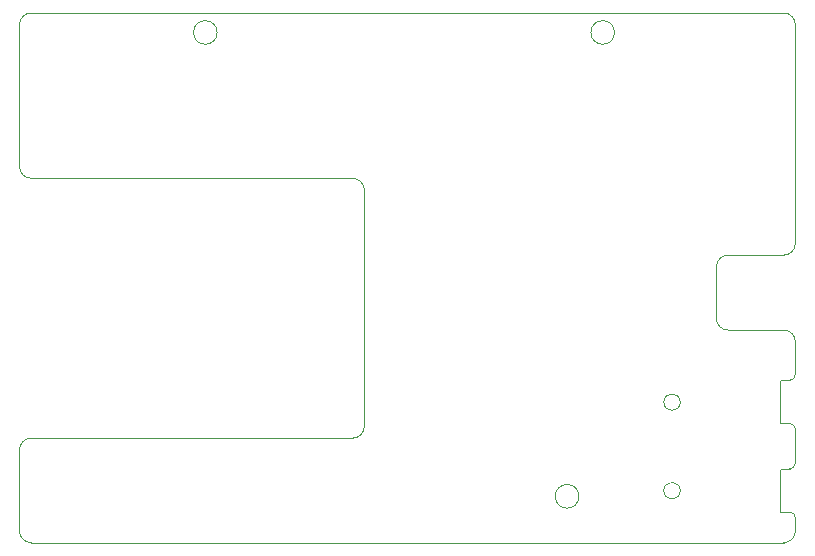
<source format=gbr>
%TF.GenerationSoftware,KiCad,Pcbnew,9.0.0-rc3*%
%TF.CreationDate,2025-06-04T22:51:28-04:00*%
%TF.ProjectId,dock,646f636b-2e6b-4696-9361-645f70636258,rev?*%
%TF.SameCoordinates,Original*%
%TF.FileFunction,Profile,NP*%
%FSLAX46Y46*%
G04 Gerber Fmt 4.6, Leading zero omitted, Abs format (unit mm)*
G04 Created by KiCad (PCBNEW 9.0.0-rc3) date 2025-06-04 22:51:28*
%MOMM*%
%LPD*%
G01*
G04 APERTURE LIST*
%TA.AperFunction,Profile*%
%ADD10C,0.010000*%
%TD*%
%TA.AperFunction,Profile*%
%ADD11C,0.050000*%
%TD*%
G04 APERTURE END LIST*
D10*
X183700000Y-124950000D02*
G75*
G02*
X183200000Y-125450000I-500000J0D01*
G01*
X119000000Y-131700000D02*
G75*
G02*
X118000000Y-130700000I0J1000000D01*
G01*
X118000000Y-123850000D02*
X118000000Y-130700000D01*
X118000000Y-87850000D02*
G75*
G02*
X119000000Y-86850000I1000000J0D01*
G01*
X183700000Y-123220602D02*
X183700000Y-122100000D01*
X182700000Y-113701778D02*
X178000000Y-113701778D01*
X183700000Y-117450000D02*
G75*
G02*
X183200000Y-117950000I-500000J0D01*
G01*
X146200000Y-100850000D02*
G75*
G02*
X147200000Y-101850000I0J-1000000D01*
G01*
X182700000Y-86850000D02*
G75*
G02*
X183700000Y-87850000I0J-1000000D01*
G01*
X177000000Y-112701778D02*
X177000000Y-108350000D01*
X177000000Y-108350000D02*
G75*
G02*
X178000000Y-107350000I1000000J0D01*
G01*
X134733643Y-88501764D02*
G75*
G02*
X132733643Y-88501764I-1000000J0D01*
G01*
X132733643Y-88501764D02*
G75*
G02*
X134733643Y-88501764I1000000J0D01*
G01*
X183700000Y-130700000D02*
G75*
G02*
X182700000Y-131700000I-1000000J0D01*
G01*
X119000000Y-131700000D02*
X182700000Y-131700000D01*
X182400000Y-129100000D02*
X182400000Y-125700000D01*
X118000000Y-87850000D02*
X118000000Y-99850000D01*
X183700000Y-114701778D02*
X183700000Y-117450000D01*
X183700000Y-130700000D02*
X183700000Y-129600000D01*
X182400000Y-121600000D02*
X183200000Y-121600000D01*
X119000000Y-100850000D02*
G75*
G02*
X118000000Y-99850000I0J1000000D01*
G01*
X147200000Y-101850000D02*
X147200000Y-121850000D01*
X178000000Y-107350000D02*
X182700000Y-107350000D01*
X165361775Y-127773427D02*
G75*
G02*
X163361775Y-127773427I-1000000J0D01*
G01*
X163361775Y-127773427D02*
G75*
G02*
X165361775Y-127773427I1000000J0D01*
G01*
X168378772Y-88501558D02*
G75*
G02*
X166378772Y-88501558I-1000000J0D01*
G01*
X166378772Y-88501558D02*
G75*
G02*
X168378772Y-88501558I1000000J0D01*
G01*
X178000000Y-113701778D02*
G75*
G02*
X177000022Y-112701778I0J999978D01*
G01*
X183200000Y-121600000D02*
G75*
G02*
X183700000Y-122100000I0J-500000D01*
G01*
X182700000Y-86850000D02*
X119000000Y-86850000D01*
X183700000Y-106350000D02*
G75*
G02*
X182700000Y-107350000I-1000000J0D01*
G01*
X183700000Y-123220602D02*
X183700000Y-124950000D01*
X147200000Y-121850000D02*
G75*
G02*
X146200000Y-122850000I-1000000J0D01*
G01*
X183700000Y-106350000D02*
X183700000Y-87850000D01*
X183200000Y-129100000D02*
G75*
G02*
X183700000Y-129600000I0J-500000D01*
G01*
X118000000Y-123850000D02*
G75*
G02*
X119000000Y-122850000I1000000J0D01*
G01*
X119000000Y-100850000D02*
X146200000Y-100850000D01*
X182400000Y-125700000D02*
G75*
G02*
X182650000Y-125450000I250000J0D01*
G01*
X119000000Y-122850000D02*
X146200000Y-122850000D01*
X182700000Y-113701778D02*
G75*
G02*
X183700022Y-114701778I0J-1000022D01*
G01*
X182650000Y-125450000D02*
X183200000Y-125450000D01*
X182400000Y-121600000D02*
X182400000Y-118200000D01*
X182400000Y-129100000D02*
X183200000Y-129100000D01*
X182650000Y-117950000D02*
X183200000Y-117950000D01*
X182400000Y-118200000D02*
G75*
G02*
X182650000Y-117950000I250000J0D01*
G01*
D11*
X173948350Y-127300001D02*
G75*
G02*
X172548350Y-127300001I-700000J0D01*
G01*
X172548350Y-127300001D02*
G75*
G02*
X173948350Y-127300001I700000J0D01*
G01*
X173948350Y-119800001D02*
G75*
G02*
X172548350Y-119800001I-700000J0D01*
G01*
X172548350Y-119800001D02*
G75*
G02*
X173948350Y-119800001I700000J0D01*
G01*
M02*

</source>
